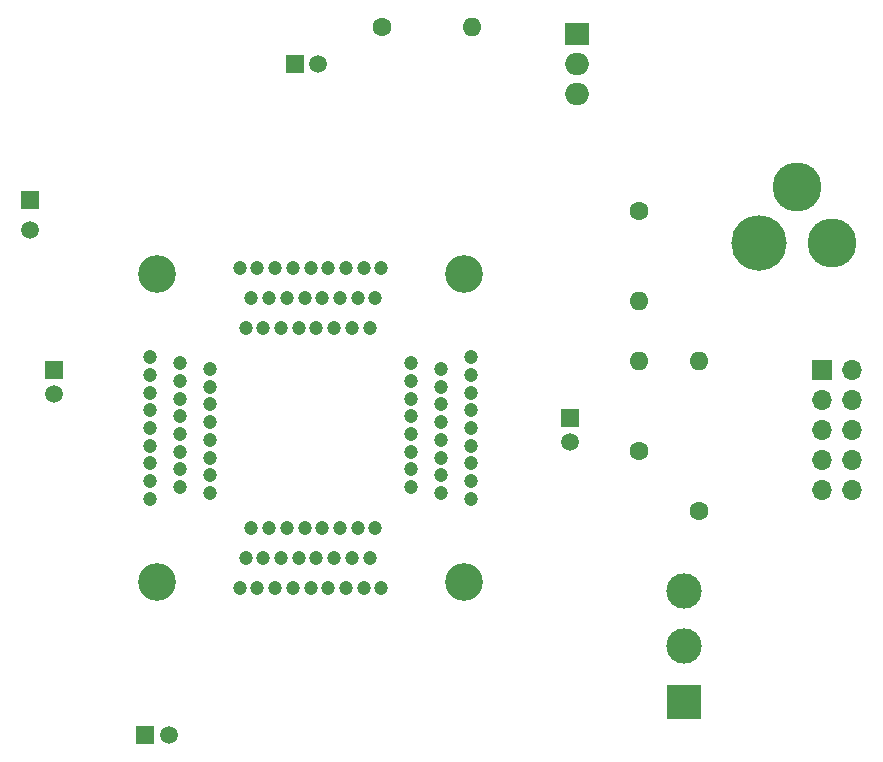
<source format=gbs>
%TF.GenerationSoftware,KiCad,Pcbnew,8.0.7*%
%TF.CreationDate,2025-03-14T10:02:51+02:00*%
%TF.ProjectId,EPM570 Programmer,45504d35-3730-4205-9072-6f6772616d6d,V0*%
%TF.SameCoordinates,Original*%
%TF.FileFunction,Soldermask,Bot*%
%TF.FilePolarity,Negative*%
%FSLAX46Y46*%
G04 Gerber Fmt 4.6, Leading zero omitted, Abs format (unit mm)*
G04 Created by KiCad (PCBNEW 8.0.7) date 2025-03-14 10:02:51*
%MOMM*%
%LPD*%
G01*
G04 APERTURE LIST*
%ADD10O,1.600000X1.600000*%
%ADD11C,1.600000*%
%ADD12C,1.500000*%
%ADD13R,1.500000X1.500000*%
%ADD14C,4.150000*%
%ADD15C,4.700000*%
%ADD16C,3.000000*%
%ADD17R,3.000000X3.000000*%
%ADD18O,2.000000X1.905000*%
%ADD19R,2.000000X1.905000*%
%ADD20O,1.700000X1.700000*%
%ADD21R,1.700000X1.700000*%
%ADD22C,3.200000*%
%ADD23C,1.200000*%
G04 APERTURE END LIST*
D10*
%TO.C,R1*%
X44614000Y-4809000D03*
D11*
X44614000Y-17509000D03*
%TD*%
D10*
%TO.C,R3*%
X39534000Y271000D03*
D11*
X39534000Y7891000D03*
%TD*%
D10*
%TO.C,R2*%
X39534000Y-4809000D03*
D11*
X39534000Y-12429000D03*
%TD*%
D10*
%TO.C,R5*%
X25400000Y23495000D03*
D11*
X17780000Y23495000D03*
%TD*%
D12*
%TO.C,LED1*%
X-12065000Y6288000D03*
D13*
X-12065000Y8828000D03*
%TD*%
D12*
%TO.C,C1*%
X12356000Y20320000D03*
D13*
X10356000Y20320000D03*
%TD*%
D14*
%TO.C,J2*%
X55857000Y5207000D03*
X52857000Y9907000D03*
D15*
X49657000Y5207000D03*
%TD*%
D16*
%TO.C,S2*%
X43344000Y-24240000D03*
X43344000Y-28939000D03*
D17*
X43344000Y-33638000D03*
%TD*%
D18*
%TO.C,U1*%
X34290000Y17780000D03*
X34290000Y20320000D03*
D19*
X34290000Y22860000D03*
%TD*%
D12*
%TO.C,C3*%
X33655000Y-11652000D03*
D13*
X33655000Y-9652000D03*
%TD*%
D20*
%TO.C,J3*%
X57568000Y-15731000D03*
X55028000Y-15731000D03*
X57568000Y-13191000D03*
X55028000Y-13191000D03*
X57568000Y-10651000D03*
X55028000Y-10651000D03*
X57568000Y-8111000D03*
X55028000Y-8111000D03*
X57568000Y-5571000D03*
D21*
X55028000Y-5571000D03*
%TD*%
D22*
%TO.C,J1*%
X-1307000Y2539000D03*
X-1307000Y-23461000D03*
X24693000Y2539000D03*
X24693000Y-23461000D03*
D23*
X-1887000Y-4461000D03*
X653000Y-4961000D03*
X3193000Y-5461000D03*
X-1887000Y-5961000D03*
X653000Y-6461000D03*
X3193000Y-6961000D03*
X-1887000Y-7461000D03*
X653000Y-7961000D03*
X3193000Y-8461000D03*
X-1887000Y-8961000D03*
X653000Y-9461000D03*
X3193000Y-9961000D03*
X-1887000Y-10461000D03*
X653000Y-10961000D03*
X3193000Y-11461000D03*
X-1887000Y-11961000D03*
X653000Y-12461000D03*
X3193000Y-12961000D03*
X-1887000Y-13461000D03*
X653000Y-13961000D03*
X3193000Y-14461000D03*
X-1887000Y-14961000D03*
X653000Y-15461000D03*
X3193000Y-15961000D03*
X-1887000Y-16461000D03*
X5693000Y-24041000D03*
X6193000Y-21501000D03*
X6693000Y-18961000D03*
X7193000Y-24041000D03*
X7693000Y-21501000D03*
X8193000Y-18961000D03*
X8693000Y-24041000D03*
X9193000Y-21501000D03*
X9693000Y-18961000D03*
X10193000Y-24041000D03*
X10693000Y-21501000D03*
X11193000Y-18961000D03*
X11693000Y-24041000D03*
X12193000Y-21501000D03*
X12693000Y-18961000D03*
X13193000Y-24041000D03*
X13693000Y-21501000D03*
X14193000Y-18961000D03*
X14693000Y-24041000D03*
X15193000Y-21501000D03*
X15693000Y-18961000D03*
X16193000Y-24041000D03*
X16693000Y-21501000D03*
X17193000Y-18961000D03*
X17693000Y-24041000D03*
X25273000Y-16461000D03*
X22733000Y-15961000D03*
X20193000Y-15461000D03*
X25273000Y-14961000D03*
X22733000Y-14461000D03*
X20193000Y-13961000D03*
X25273000Y-13461000D03*
X22733000Y-12961000D03*
X20193000Y-12461000D03*
X25273000Y-11961000D03*
X22733000Y-11461000D03*
X20193000Y-10961000D03*
X25273000Y-10461000D03*
X22733000Y-9961000D03*
X20193000Y-9461000D03*
X25273000Y-8961000D03*
X22733000Y-8461000D03*
X20193000Y-7961000D03*
X25273000Y-7461000D03*
X22733000Y-6961000D03*
X20193000Y-6461000D03*
X25273000Y-5961000D03*
X22733000Y-5461000D03*
X20193000Y-4961000D03*
X25273000Y-4461000D03*
X17693000Y3119000D03*
X17193000Y579000D03*
X16693000Y-1961000D03*
X16193000Y3119000D03*
X15693000Y579000D03*
X15193000Y-1961000D03*
X14693000Y3119000D03*
X14193000Y579000D03*
X13693000Y-1961000D03*
X13193000Y3119000D03*
X12693000Y579000D03*
X12193000Y-1961000D03*
X11693000Y3119000D03*
X11193000Y579000D03*
X10693000Y-1961000D03*
X10193000Y3119000D03*
X9693000Y579000D03*
X9193000Y-1961000D03*
X8693000Y3119000D03*
X8193000Y579000D03*
X7693000Y-1961000D03*
X7193000Y3119000D03*
X6693000Y579000D03*
X6193000Y-1961000D03*
X5693000Y3119000D03*
%TD*%
D12*
%TO.C,C2*%
X-286000Y-36449000D03*
D13*
X-2286000Y-36449000D03*
%TD*%
D12*
%TO.C,C4*%
X-10033000Y-7588000D03*
D13*
X-10033000Y-5588000D03*
%TD*%
M02*

</source>
